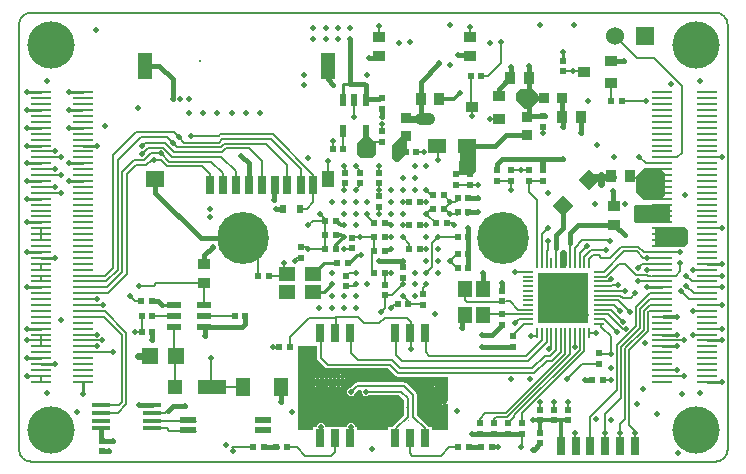
<source format=gtl>
%FSLAX44Y44*%
%MOMM*%
G71*
G01*
G75*
G04 Layer_Physical_Order=1*
G04 Layer_Color=255*
%ADD10R,1.8000X0.2500*%
%ADD11R,0.5000X0.6000*%
%ADD12R,0.5000X1.1000*%
%ADD13R,0.8128X0.8128*%
%ADD14R,1.0160X0.8890*%
%ADD15R,2.4000X1.2500*%
%ADD16R,1.2000X1.2500*%
%ADD17R,0.8890X1.0160*%
%ADD18R,1.6002X1.2954*%
%ADD19R,0.7600X1.5200*%
%ADD20R,0.6000X0.5000*%
%ADD21R,0.8128X0.8128*%
%ADD22R,1.0668X0.8128*%
G04:AMPARAMS|DCode=23|XSize=0.22mm|YSize=0.8mm|CornerRadius=0mm|HoleSize=0mm|Usage=FLASHONLY|Rotation=90.000|XOffset=0mm|YOffset=0mm|HoleType=Round|Shape=RoundedRectangle|*
%AMROUNDEDRECTD23*
21,1,0.2200,0.8000,0,0,90.0*
21,1,0.2200,0.8000,0,0,90.0*
1,1,0.0000,0.4000,0.1100*
1,1,0.0000,0.4000,-0.1100*
1,1,0.0000,-0.4000,-0.1100*
1,1,0.0000,-0.4000,0.1100*
%
%ADD23ROUNDEDRECTD23*%
G04:AMPARAMS|DCode=24|XSize=0.22mm|YSize=0.8mm|CornerRadius=0mm|HoleSize=0mm|Usage=FLASHONLY|Rotation=0.000|XOffset=0mm|YOffset=0mm|HoleType=Round|Shape=RoundedRectangle|*
%AMROUNDEDRECTD24*
21,1,0.2200,0.8000,0,0,0.0*
21,1,0.2200,0.8000,0,0,0.0*
1,1,0.0000,0.1100,-0.4000*
1,1,0.0000,-0.1100,-0.4000*
1,1,0.0000,-0.1100,0.4000*
1,1,0.0000,0.1100,0.4000*
%
%ADD24ROUNDEDRECTD24*%
%ADD25R,4.3000X4.3000*%
%ADD26R,0.6000X0.7000*%
%ADD27R,1.2000X1.4000*%
%ADD28R,0.8000X1.6000*%
%ADD29P,1.8385X4X90.0*%
%ADD30R,1.2700X0.5080*%
%ADD31R,1.3970X1.3970*%
%ADD32R,1.2000X1.6000*%
%ADD33R,1.5000X0.4000*%
%ADD34R,1.2000X2.2000*%
%ADD35R,1.6000X1.4000*%
%ADD36R,1.1000X1.4000*%
%ADD37R,0.7000X1.6000*%
%ADD38R,1.4000X1.2000*%
%ADD39R,1.4000X0.6000*%
%ADD40C,0.2000*%
%ADD41C,0.2540*%
%ADD42C,0.1270*%
%ADD43C,0.4000*%
%ADD44C,0.6000*%
%ADD45C,0.3000*%
%ADD46C,1.0000*%
%ADD47C,0.5000*%
%ADD48C,0.0254*%
%ADD49C,0.5000*%
G04:AMPARAMS|DCode=50|XSize=4mm|YSize=4mm|CornerRadius=2mm|HoleSize=0mm|Usage=FLASHONLY|Rotation=0.000|XOffset=0mm|YOffset=0mm|HoleType=Round|Shape=RoundedRectangle|*
%AMROUNDEDRECTD50*
21,1,4.0000,0.0000,0,0,0.0*
21,1,0.0000,4.0000,0,0,0.0*
1,1,4.0000,0.0000,0.0000*
1,1,4.0000,0.0000,0.0000*
1,1,4.0000,0.0000,0.0000*
1,1,4.0000,0.0000,0.0000*
%
%ADD50ROUNDEDRECTD50*%
%ADD51R,1.5240X1.5240*%
%ADD52C,1.5240*%
%ADD53C,0.3000*%
%ADD54C,4.4000*%
G36*
X251022Y27500D02*
X251530Y27000D01*
X251530Y12500D01*
X251030Y12000D01*
X222000Y12000D01*
X220657Y13343D01*
X220657Y26657D01*
X221500Y27500D01*
X251022Y27500D01*
D02*
G37*
G36*
X247251Y53749D02*
Y35277D01*
X243751Y31778D01*
X229223D01*
X222722Y38278D01*
Y51722D01*
X229278Y58278D01*
X242722D01*
X247251Y53749D01*
D02*
G37*
G36*
X-47579Y-102225D02*
X-47579Y-102225D01*
X-47346Y-103396D01*
X-46683Y-104388D01*
X-40789Y-110282D01*
X-40789Y-110282D01*
X-39796Y-110945D01*
X-38626Y-111178D01*
X12852D01*
X18837Y-117163D01*
X18837Y-117163D01*
X19829Y-117826D01*
X21000Y-118059D01*
X63500D01*
Y-138626D01*
X63019Y-138794D01*
X62230Y-138838D01*
X61802Y-138198D01*
X61270Y-137842D01*
Y-140000D01*
Y-142158D01*
X61802Y-141802D01*
X62230Y-141162D01*
X63019Y-141206D01*
X63500Y-141374D01*
Y-163550D01*
X49320D01*
Y-160850D01*
X47012D01*
X46683Y-160357D01*
X37059Y-150733D01*
Y-134000D01*
X36826Y-132830D01*
X36163Y-131837D01*
X28163Y-123837D01*
X27171Y-123174D01*
X26000Y-122941D01*
X26000Y-122941D01*
X-13750D01*
X-13750Y-122941D01*
X-14921Y-123174D01*
X-15913Y-123837D01*
X-19695Y-127619D01*
X-20116Y-127703D01*
X-21273Y-128477D01*
X-22047Y-129634D01*
X-22319Y-131000D01*
X-22047Y-132366D01*
X-21273Y-133523D01*
X-20116Y-134297D01*
X-18750Y-134569D01*
X-17384Y-134297D01*
X-16227Y-133523D01*
X-15453Y-132366D01*
X-15369Y-131945D01*
X-12483Y-129059D01*
X-10574D01*
X-9685Y-130329D01*
X-9819Y-131000D01*
X-9547Y-132366D01*
X-8773Y-133523D01*
X-7616Y-134297D01*
X-6250Y-134569D01*
X-4884Y-134297D01*
X-4528Y-134059D01*
X22151D01*
X25941Y-137849D01*
Y-150733D01*
X16957Y-159717D01*
X16294Y-160709D01*
X16266Y-160850D01*
X12320D01*
Y-163550D01*
X-14180D01*
Y-160850D01*
X-15461D01*
X-15703Y-159634D01*
X-16477Y-158477D01*
X-17634Y-157703D01*
X-19000Y-157431D01*
X-20366Y-157703D01*
X-21523Y-158477D01*
X-22297Y-159634D01*
X-22539Y-160850D01*
X-25780D01*
Y-160850D01*
X-26880D01*
Y-160850D01*
X-38480D01*
Y-160850D01*
X-39580D01*
Y-160850D01*
X-40841D01*
X-41083Y-159634D01*
X-41857Y-158477D01*
X-43014Y-157703D01*
X-44380Y-157431D01*
X-45746Y-157703D01*
X-46903Y-158477D01*
X-47677Y-159634D01*
X-47919Y-160850D01*
X-51180D01*
Y-163550D01*
X-63500D01*
Y-92450D01*
X-47579D01*
Y-102225D01*
D02*
G37*
G36*
X266698Y5802D02*
Y-4802D01*
X263500Y-8000D01*
X240000D01*
X238500Y-6500D01*
Y7500D01*
X239500Y8500D01*
X264000D01*
X266698Y5802D01*
D02*
G37*
G36*
X1920Y80080D02*
Y69920D01*
X-1000Y67000D01*
X-11000D01*
X-14000Y70000D01*
Y79654D01*
X-8655Y85000D01*
X-3000D01*
X1920Y80080D01*
D02*
G37*
G36*
X139158Y121158D02*
Y115158D01*
X132703Y108703D01*
X128297D01*
X121000Y116000D01*
Y122000D01*
X124000Y125000D01*
X135316D01*
X139158Y121158D01*
D02*
G37*
G36*
X87000Y72000D02*
Y56116D01*
X83884Y53000D01*
X72327D01*
Y64443D01*
X73000Y65116D01*
Y71866D01*
X82000Y74116D01*
X84884D01*
X87000Y72000D01*
D02*
G37*
G36*
X28500Y71040D02*
X21460Y64000D01*
X19000D01*
X16000Y67000D01*
Y78000D01*
X27235Y89235D01*
X28500Y89395D01*
Y71040D01*
D02*
G37*
%LPC*%
G36*
X52158Y-126270D02*
X51270D01*
Y-127158D01*
X51802Y-126802D01*
X52158Y-126270D01*
D02*
G37*
G36*
X-48270Y-122842D02*
X-48802Y-123198D01*
X-49158Y-123730D01*
X-48270D01*
Y-122842D01*
D02*
G37*
G36*
X-23842Y-126270D02*
X-24730D01*
Y-127158D01*
X-24198Y-126802D01*
X-23842Y-126270D01*
D02*
G37*
G36*
X48730D02*
X47842D01*
X48198Y-126802D01*
X48730Y-127158D01*
Y-126270D01*
D02*
G37*
G36*
X-45730Y-122842D02*
Y-123730D01*
X-44842D01*
X-45198Y-123198D01*
X-45730Y-122842D01*
D02*
G37*
G36*
X-34270D02*
X-34802Y-123198D01*
X-35158Y-123730D01*
X-34270D01*
Y-122842D01*
D02*
G37*
G36*
X-31730D02*
Y-123730D01*
X-30842D01*
X-31198Y-123198D01*
X-31730Y-122842D01*
D02*
G37*
G36*
X-41270D02*
X-41802Y-123198D01*
X-42158Y-123730D01*
X-41270D01*
Y-122842D01*
D02*
G37*
G36*
X-38730D02*
Y-123730D01*
X-37842D01*
X-38198Y-123198D01*
X-38730Y-122842D01*
D02*
G37*
G36*
X-48270Y-126270D02*
X-49158D01*
X-48802Y-126802D01*
X-48270Y-127158D01*
Y-126270D01*
D02*
G37*
G36*
X-44842D02*
X-45730D01*
Y-127158D01*
X-45198Y-126802D01*
X-44842Y-126270D01*
D02*
G37*
G36*
X58730Y-141270D02*
X57842D01*
X58198Y-141802D01*
X58730Y-142158D01*
Y-141270D01*
D02*
G37*
G36*
Y-137842D02*
X58198Y-138198D01*
X57842Y-138730D01*
X58730D01*
Y-137842D01*
D02*
G37*
G36*
X-41270Y-126270D02*
X-42158D01*
X-41802Y-126802D01*
X-41270Y-127158D01*
Y-126270D01*
D02*
G37*
G36*
X-30842D02*
X-31730D01*
Y-127158D01*
X-31198Y-126802D01*
X-30842Y-126270D01*
D02*
G37*
G36*
X-27270D02*
X-28158D01*
X-27802Y-126802D01*
X-27270Y-127158D01*
Y-126270D01*
D02*
G37*
G36*
X-37842D02*
X-38730D01*
Y-127158D01*
X-38198Y-126802D01*
X-37842Y-126270D01*
D02*
G37*
G36*
X-34270D02*
X-35158D01*
X-34802Y-126802D01*
X-34270Y-127158D01*
Y-126270D01*
D02*
G37*
G36*
X-27270Y-122842D02*
X-27802Y-123198D01*
X-28158Y-123730D01*
X-27270D01*
Y-122842D01*
D02*
G37*
G36*
X-45730Y-115842D02*
Y-116730D01*
X-44842D01*
X-45198Y-116198D01*
X-45730Y-115842D01*
D02*
G37*
G36*
X-41270D02*
X-41802Y-116198D01*
X-42158Y-116730D01*
X-41270D01*
Y-115842D01*
D02*
G37*
G36*
X-23842Y-119270D02*
X-24730D01*
Y-120158D01*
X-24198Y-119802D01*
X-23842Y-119270D01*
D02*
G37*
G36*
X-48270Y-115842D02*
X-48802Y-116198D01*
X-49158Y-116730D01*
X-48270D01*
Y-115842D01*
D02*
G37*
G36*
X-38730D02*
Y-116730D01*
X-37842D01*
X-38198Y-116198D01*
X-38730Y-115842D01*
D02*
G37*
G36*
X-27270D02*
X-27802Y-116198D01*
X-28158Y-116730D01*
X-27270D01*
Y-115842D01*
D02*
G37*
G36*
X-24730D02*
Y-116730D01*
X-23842D01*
X-24198Y-116198D01*
X-24730Y-115842D01*
D02*
G37*
G36*
X-34270D02*
X-34802Y-116198D01*
X-35158Y-116730D01*
X-34270D01*
Y-115842D01*
D02*
G37*
G36*
X-31730D02*
Y-116730D01*
X-30842D01*
X-31198Y-116198D01*
X-31730Y-115842D01*
D02*
G37*
G36*
X-27270Y-119270D02*
X-28158D01*
X-27802Y-119802D01*
X-27270Y-120158D01*
Y-119270D01*
D02*
G37*
G36*
X51270Y-122842D02*
Y-123730D01*
X52158D01*
X51802Y-123198D01*
X51270Y-122842D01*
D02*
G37*
G36*
X-48270Y-119270D02*
X-49158D01*
X-48802Y-119802D01*
X-48270Y-120158D01*
Y-119270D01*
D02*
G37*
G36*
X-24730Y-122842D02*
Y-123730D01*
X-23842D01*
X-24198Y-123198D01*
X-24730Y-122842D01*
D02*
G37*
G36*
X48730D02*
X48198Y-123198D01*
X47842Y-123730D01*
X48730D01*
Y-122842D01*
D02*
G37*
G36*
X-44842Y-119270D02*
X-45730D01*
Y-120158D01*
X-45198Y-119802D01*
X-44842Y-119270D01*
D02*
G37*
G36*
X-34270D02*
X-35158D01*
X-34802Y-119802D01*
X-34270Y-120158D01*
Y-119270D01*
D02*
G37*
G36*
X-30842D02*
X-31730D01*
Y-120158D01*
X-31198Y-119802D01*
X-30842Y-119270D01*
D02*
G37*
G36*
X-41270D02*
X-42158D01*
X-41802Y-119802D01*
X-41270Y-120158D01*
Y-119270D01*
D02*
G37*
G36*
X-37842D02*
X-38730D01*
Y-120158D01*
X-38198Y-119802D01*
X-37842Y-119270D01*
D02*
G37*
%LPD*%
D10*
X-245700Y2500D02*
D03*
Y7500D02*
D03*
Y12500D02*
D03*
Y17500D02*
D03*
Y22500D02*
D03*
Y27500D02*
D03*
Y32500D02*
D03*
Y37500D02*
D03*
Y-2500D02*
D03*
Y-7500D02*
D03*
Y-12500D02*
D03*
Y-17500D02*
D03*
Y-22500D02*
D03*
Y-27500D02*
D03*
Y-32500D02*
D03*
Y-37500D02*
D03*
Y-122500D02*
D03*
Y-117500D02*
D03*
Y-112500D02*
D03*
Y-107500D02*
D03*
Y-102500D02*
D03*
Y-97500D02*
D03*
Y-92500D02*
D03*
Y-87500D02*
D03*
Y-82500D02*
D03*
Y-42500D02*
D03*
Y-47500D02*
D03*
Y-52500D02*
D03*
Y-57500D02*
D03*
Y-62500D02*
D03*
Y-67500D02*
D03*
Y-72500D02*
D03*
Y-77500D02*
D03*
Y72500D02*
D03*
Y77500D02*
D03*
Y82500D02*
D03*
Y87500D02*
D03*
Y92500D02*
D03*
Y97500D02*
D03*
Y102500D02*
D03*
Y107500D02*
D03*
Y67500D02*
D03*
Y62500D02*
D03*
Y57500D02*
D03*
Y52500D02*
D03*
Y47500D02*
D03*
Y42500D02*
D03*
Y112500D02*
D03*
Y117500D02*
D03*
Y122500D02*
D03*
X-281700D02*
D03*
Y117500D02*
D03*
Y112500D02*
D03*
Y42500D02*
D03*
Y47500D02*
D03*
Y52500D02*
D03*
Y57500D02*
D03*
Y62500D02*
D03*
Y67500D02*
D03*
Y107500D02*
D03*
Y102500D02*
D03*
Y97500D02*
D03*
Y92500D02*
D03*
Y87500D02*
D03*
Y82500D02*
D03*
Y77500D02*
D03*
Y72500D02*
D03*
Y-77500D02*
D03*
Y-72500D02*
D03*
Y-67500D02*
D03*
Y-62500D02*
D03*
Y-57500D02*
D03*
Y-52500D02*
D03*
Y-47500D02*
D03*
Y-42500D02*
D03*
Y-82500D02*
D03*
Y-87500D02*
D03*
Y-92500D02*
D03*
Y-97500D02*
D03*
Y-102500D02*
D03*
Y-107500D02*
D03*
Y-112500D02*
D03*
Y-117500D02*
D03*
Y-122500D02*
D03*
Y-37500D02*
D03*
Y-32500D02*
D03*
Y-27500D02*
D03*
Y-22500D02*
D03*
Y-17500D02*
D03*
Y-12500D02*
D03*
Y-7500D02*
D03*
Y-2500D02*
D03*
Y37500D02*
D03*
Y32500D02*
D03*
Y27500D02*
D03*
Y22500D02*
D03*
Y17500D02*
D03*
Y12500D02*
D03*
Y7500D02*
D03*
Y2500D02*
D03*
X244700Y2500D02*
D03*
X282700D02*
D03*
Y7500D02*
D03*
X244700D02*
D03*
X282700Y12500D02*
D03*
X244700D02*
D03*
X282700Y17500D02*
D03*
X244700D02*
D03*
X282700Y22500D02*
D03*
X244700D02*
D03*
X282700Y27500D02*
D03*
X244700D02*
D03*
X282700Y32500D02*
D03*
X244700D02*
D03*
X282700Y37500D02*
D03*
X244700D02*
D03*
Y-2500D02*
D03*
X282700D02*
D03*
X244700Y-7500D02*
D03*
X282700D02*
D03*
X244700Y-12500D02*
D03*
X282700D02*
D03*
X244700Y-17500D02*
D03*
X282700D02*
D03*
X244700Y-22500D02*
D03*
X282700D02*
D03*
X244700Y-27500D02*
D03*
X282700D02*
D03*
X244700Y-32500D02*
D03*
X282700D02*
D03*
Y-37500D02*
D03*
X244700D02*
D03*
Y-122500D02*
D03*
X282700D02*
D03*
X244700Y-117500D02*
D03*
X282700D02*
D03*
Y-112500D02*
D03*
X244700D02*
D03*
X282700Y-107500D02*
D03*
X244700D02*
D03*
X282700Y-102500D02*
D03*
X244700D02*
D03*
X282700Y-97500D02*
D03*
X244700D02*
D03*
X282700Y-92500D02*
D03*
X244700D02*
D03*
X282700Y-87500D02*
D03*
X244700D02*
D03*
X282700Y-82500D02*
D03*
X244700D02*
D03*
Y-42500D02*
D03*
X282700D02*
D03*
X244700Y-47500D02*
D03*
X282700D02*
D03*
X244700Y-52500D02*
D03*
X282700D02*
D03*
X244700Y-57500D02*
D03*
X282700D02*
D03*
X244700Y-62500D02*
D03*
X282700D02*
D03*
X244700Y-67500D02*
D03*
X282700D02*
D03*
X244700Y-72500D02*
D03*
X282700D02*
D03*
Y-77500D02*
D03*
X244700D02*
D03*
Y72500D02*
D03*
X282700D02*
D03*
Y77500D02*
D03*
X244700D02*
D03*
X282700Y82500D02*
D03*
X244700D02*
D03*
X282700Y87500D02*
D03*
X244700D02*
D03*
X282700Y92500D02*
D03*
X244700D02*
D03*
X282700Y97500D02*
D03*
X244700D02*
D03*
X282700Y102500D02*
D03*
X244700D02*
D03*
X282700Y107500D02*
D03*
X244700D02*
D03*
Y67500D02*
D03*
X282700D02*
D03*
X244700Y62500D02*
D03*
X282700D02*
D03*
X244700Y57500D02*
D03*
X282700D02*
D03*
X244700Y52500D02*
D03*
X282700D02*
D03*
X244700Y47500D02*
D03*
X282700D02*
D03*
X244700Y42500D02*
D03*
X282700D02*
D03*
X244700Y112500D02*
D03*
X282700D02*
D03*
Y117500D02*
D03*
X244700D02*
D03*
X282700Y122500D02*
D03*
X244700D02*
D03*
D11*
X-34500Y75000D02*
D03*
X-25500D02*
D03*
X82500Y136000D02*
D03*
X91500D02*
D03*
X27500Y72000D02*
D03*
X36500D02*
D03*
X210500Y115000D02*
D03*
X201500D02*
D03*
X-101500Y-178000D02*
D03*
X-92500D02*
D03*
X-73053D02*
D03*
X-82053D02*
D03*
X100500D02*
D03*
X91500D02*
D03*
X71953D02*
D03*
X80953D02*
D03*
X30500Y-10000D02*
D03*
X39500D02*
D03*
X-79500Y-93000D02*
D03*
X-70500D02*
D03*
X-187250Y-67000D02*
D03*
X-196250D02*
D03*
X-108500D02*
D03*
X-117500D02*
D03*
X-187403Y-53866D02*
D03*
X-196403D02*
D03*
X30500Y30000D02*
D03*
X39500D02*
D03*
X30500Y10000D02*
D03*
X39500D02*
D03*
X-30500Y-22000D02*
D03*
X-21500D02*
D03*
X9500Y-12000D02*
D03*
X500D02*
D03*
X9500Y0D02*
D03*
X500D02*
D03*
X80500Y33000D02*
D03*
X71500D02*
D03*
X500Y12000D02*
D03*
X9500D02*
D03*
X71500Y0D02*
D03*
X80500D02*
D03*
X20500Y-57000D02*
D03*
X29500D02*
D03*
X-97500Y-33000D02*
D03*
X-88500D02*
D03*
X9500Y-30000D02*
D03*
X500D02*
D03*
X71500Y-14000D02*
D03*
X80500D02*
D03*
X59875Y24000D02*
D03*
X50875D02*
D03*
X62500Y12000D02*
D03*
X53500D02*
D03*
X71500Y21000D02*
D03*
X80500D02*
D03*
X59500Y36000D02*
D03*
X50500D02*
D03*
X-31500Y2000D02*
D03*
X-40500D02*
D03*
X-31500Y-10000D02*
D03*
X-40500D02*
D03*
X-31500Y14000D02*
D03*
X-40500D02*
D03*
X-187250Y-80000D02*
D03*
X-196250D02*
D03*
X71500Y-26000D02*
D03*
X80500D02*
D03*
X185500Y-121000D02*
D03*
X194500D02*
D03*
D12*
X-6500Y89500D02*
D03*
X-25500D02*
D03*
Y116500D02*
D03*
X-16000D02*
D03*
X-6500D02*
D03*
D13*
X144380Y118000D02*
D03*
X159620D02*
D03*
D14*
X-143000Y-39001D02*
D03*
Y-22999D02*
D03*
X5000Y169501D02*
D03*
Y153499D02*
D03*
X81730Y169501D02*
D03*
Y153499D02*
D03*
X203810Y26271D02*
D03*
Y10269D02*
D03*
D15*
X-136750Y-126717D02*
D03*
D16*
X-167500D02*
D03*
D17*
X115999Y135000D02*
D03*
X132001D02*
D03*
X39999Y117000D02*
D03*
X56001D02*
D03*
X217001Y51366D02*
D03*
X200999D02*
D03*
X176001Y102000D02*
D03*
X159999D02*
D03*
D18*
X54262Y77270D02*
D03*
X79662D02*
D03*
D19*
X43363Y-81550D02*
D03*
X30680D02*
D03*
X17980D02*
D03*
X-20120D02*
D03*
X-32820D02*
D03*
X-45520D02*
D03*
X-45380Y-170450D02*
D03*
X-32680D02*
D03*
X-19980D02*
D03*
X18120D02*
D03*
X30820D02*
D03*
X43520D02*
D03*
D20*
X161000Y140500D02*
D03*
Y149500D02*
D03*
X7000Y108500D02*
D03*
Y117500D02*
D03*
X141270Y-146230D02*
D03*
Y-155230D02*
D03*
X153270Y-146230D02*
D03*
Y-155230D02*
D03*
X165270Y-146230D02*
D03*
Y-155230D02*
D03*
X191428Y-107420D02*
D03*
Y-98420D02*
D03*
X-230000Y-172500D02*
D03*
Y-181500D02*
D03*
X109000Y-45500D02*
D03*
Y-54500D02*
D03*
Y-74500D02*
D03*
Y-65500D02*
D03*
X132000Y56500D02*
D03*
Y47500D02*
D03*
X117000Y56500D02*
D03*
Y47500D02*
D03*
X118356Y-92994D02*
D03*
Y-83994D02*
D03*
X105000Y56500D02*
D03*
Y47500D02*
D03*
X144000D02*
D03*
Y56500D02*
D03*
Y93500D02*
D03*
Y102500D02*
D03*
X7000Y80500D02*
D03*
Y89500D02*
D03*
X90080Y-166500D02*
D03*
Y-157500D02*
D03*
X102080Y-166500D02*
D03*
Y-157500D02*
D03*
X114080Y-166500D02*
D03*
Y-157500D02*
D03*
X126080Y-166500D02*
D03*
Y-157500D02*
D03*
X42000Y-48500D02*
D03*
Y-57500D02*
D03*
X9500Y-40230D02*
D03*
Y-49230D02*
D03*
X70000Y53500D02*
D03*
Y44500D02*
D03*
X82000Y53500D02*
D03*
Y44500D02*
D03*
X-18000Y-500D02*
D03*
Y-9500D02*
D03*
X5000Y25500D02*
D03*
Y34500D02*
D03*
X-24000Y54500D02*
D03*
Y45500D02*
D03*
X-11000Y54500D02*
D03*
Y45500D02*
D03*
X-23000Y-32500D02*
D03*
Y-41500D02*
D03*
X-61000Y-17500D02*
D03*
Y-8500D02*
D03*
X25000Y-25500D02*
D03*
Y-34500D02*
D03*
X5000Y54500D02*
D03*
Y45500D02*
D03*
X141270Y-174500D02*
D03*
Y-165500D02*
D03*
D21*
X28000Y100620D02*
D03*
Y85380D02*
D03*
X130000Y86380D02*
D03*
Y101620D02*
D03*
D22*
X178608Y139949D02*
D03*
X201544Y149487D02*
D03*
Y130412D02*
D03*
X83608Y109949D02*
D03*
X106544Y119487D02*
D03*
Y100412D02*
D03*
D23*
X130678Y-49494D02*
D03*
Y-53494D02*
D03*
Y-57494D02*
D03*
Y-45494D02*
D03*
Y-41494D02*
D03*
Y-37494D02*
D03*
Y-33494D02*
D03*
Y-29494D02*
D03*
Y-61494D02*
D03*
Y-65494D02*
D03*
Y-73494D02*
D03*
Y-69494D02*
D03*
X190678Y-33495D02*
D03*
Y-29495D02*
D03*
Y-37494D02*
D03*
Y-41494D02*
D03*
Y-73494D02*
D03*
Y-69494D02*
D03*
Y-65494D02*
D03*
Y-61494D02*
D03*
Y-57494D02*
D03*
Y-45494D02*
D03*
Y-49495D02*
D03*
Y-53495D02*
D03*
D24*
X162678Y-21494D02*
D03*
X158678D02*
D03*
X154678D02*
D03*
X166678D02*
D03*
X170678D02*
D03*
X174678D02*
D03*
X178678D02*
D03*
X182678D02*
D03*
X150678D02*
D03*
X146678D02*
D03*
X138678D02*
D03*
X142678D02*
D03*
X182678Y-81495D02*
D03*
X178678D02*
D03*
X174678D02*
D03*
X170678D02*
D03*
X166678D02*
D03*
X138678D02*
D03*
X142678D02*
D03*
X146678D02*
D03*
X150678D02*
D03*
X154678D02*
D03*
X158678D02*
D03*
X162678D02*
D03*
D25*
X160678Y-51494D02*
D03*
D26*
X-61900Y24000D02*
D03*
X-76100D02*
D03*
D27*
X92500Y-44000D02*
D03*
Y-66000D02*
D03*
X77500D02*
D03*
Y-44000D02*
D03*
D28*
X158750Y-177000D02*
D03*
X171250D02*
D03*
X183750D02*
D03*
X196250D02*
D03*
X208750D02*
D03*
X221250D02*
D03*
D29*
X183000Y48000D02*
D03*
X161000Y26000D02*
D03*
D30*
X-143000Y-57500D02*
D03*
Y-67000D02*
D03*
Y-76500D02*
D03*
X-169000D02*
D03*
Y-67000D02*
D03*
Y-57500D02*
D03*
D31*
X-188795Y-101000D02*
D03*
X-167205D02*
D03*
D32*
X-110000Y-127000D02*
D03*
X-78000D02*
D03*
D33*
X-187500Y-162000D02*
D03*
Y-155500D02*
D03*
Y-149000D02*
D03*
Y-142500D02*
D03*
X-230500D02*
D03*
Y-149000D02*
D03*
Y-155500D02*
D03*
Y-162000D02*
D03*
D34*
X-193626Y145198D02*
D03*
X-38539Y145201D02*
D03*
D35*
X-184616Y49201D02*
D03*
D36*
X-38596Y49111D02*
D03*
D37*
X-138659Y44118D02*
D03*
X-127606D02*
D03*
X-116646D02*
D03*
X-105630D02*
D03*
X-94590D02*
D03*
X-83623D02*
D03*
X-72656D02*
D03*
X-61606D02*
D03*
X-50653D02*
D03*
D38*
X-73000Y-31500D02*
D03*
X-51000D02*
D03*
Y-46500D02*
D03*
X-73000D02*
D03*
D39*
X-156500Y-154800D02*
D03*
X-93500D02*
D03*
Y-163200D02*
D03*
X-156500D02*
D03*
D40*
X105058Y47500D02*
X117000D01*
X271000Y-82500D02*
X282700D01*
X232000Y-17500D02*
X236000D01*
X244700Y-37500D02*
X246450D01*
X244700Y-112500D02*
X257000D01*
X244700Y-117500D02*
X263366D01*
X280950Y-77500D02*
X282700D01*
X295000D01*
X33000Y-185000D02*
X57000D01*
X64000Y-178000D01*
X71953D01*
X-120000D02*
X-101500D01*
X-65000D02*
X-57416Y-185584D01*
X-73053Y-178000D02*
X-65000D01*
X244700Y-17500D02*
X246450D01*
X236500D02*
X244700D01*
X282700Y-57500D02*
X295000D01*
X282700Y-42500D02*
X295000D01*
Y-42500D02*
X295000Y-42500D01*
X271431Y-47500D02*
X282700D01*
X265000Y-41069D02*
X271431Y-47500D01*
X271000Y-27500D02*
X282700D01*
Y-32500D02*
X295000D01*
X282700Y7500D02*
X295000D01*
X270000Y-37500D02*
X282700D01*
X265000Y-32500D02*
X270000Y-37500D01*
X256000Y-32500D02*
X259500Y-29000D01*
Y-22000D01*
X282700Y67500D02*
X295000D01*
X91500Y136000D02*
X97000D01*
X108230Y147230D01*
Y164797D01*
X244700Y62500D02*
X246450D01*
X230500D02*
X244700D01*
X225000Y68000D02*
X230500Y62500D01*
X280950Y67500D02*
X282700D01*
X-187250Y-67000D02*
X-169000D01*
X-281700Y-87500D02*
Y-82500D01*
Y-92500D02*
Y-87500D01*
X-293307D02*
X-281700D01*
Y-122500D02*
Y-117500D01*
X-293307D02*
X-281700D01*
X-12881Y-104119D02*
X15776D01*
X22657Y-111000D01*
X14119Y-108119D02*
X21000Y-115000D01*
X-38626Y-108119D02*
X14119D01*
X271000Y-62500D02*
X282700D01*
X-31820Y-83550D02*
Y-68180D01*
X-13000Y-68000D02*
X-8000Y-73000D01*
X5000D01*
X9842Y-68158D01*
X28158D01*
X31680Y-71680D01*
Y-83550D02*
Y-71680D01*
X149000Y-94494D02*
X150678Y-92816D01*
Y-81495D01*
X120000Y-72494D02*
X123000Y-69494D01*
X130678D01*
X161000Y140500D02*
X169500D01*
X-50653Y44118D02*
Y52653D01*
X169500Y140500D02*
X178608D01*
X-245700Y-67500D02*
X-228157D01*
X-245700Y-62500D02*
X-227500D01*
X-111717Y-126717D02*
X-111000Y-126000D01*
X-136750Y-126717D02*
X-111717D01*
X-281700Y2500D02*
Y7500D01*
X-143000Y-67000D02*
X-117500D01*
X201544Y115044D02*
Y130412D01*
X31680Y-94680D02*
Y-83550D01*
X170678Y-92683D02*
Y-81495D01*
X195110Y-29395D02*
X195119Y-29385D01*
X190778Y-29395D02*
X195110D01*
X190678Y-33495D02*
X197335D01*
X190678Y-29495D02*
X190778Y-29395D01*
X-281700Y-2500D02*
Y2500D01*
Y52500D02*
X-264363D01*
X-281700Y57500D02*
X-269500D01*
X-281700Y-37500D02*
Y-32500D01*
Y-27500D02*
Y-22500D01*
Y67500D02*
X-264363D01*
X-281700Y37500D02*
X-264363D01*
X-281700Y42500D02*
X-269500D01*
X174678Y-21494D02*
Y-13662D01*
X178678Y-21494D02*
Y-16717D01*
X182678Y-21494D02*
Y-18816D01*
X186000Y-15494D01*
X-281700Y72500D02*
X-269500D01*
X-268950D01*
X199699Y-37494D02*
X201640Y-35554D01*
X190678Y-37494D02*
X199699D01*
X182678Y-81495D02*
X188178D01*
X146678Y-88827D02*
Y-81495D01*
X142678Y-87170D02*
Y-81495D01*
X-72656Y44118D02*
Y60947D01*
X-44520Y-102225D02*
Y-85550D01*
Y-102225D02*
X-38626Y-108119D01*
X-245700Y-52500D02*
X-234000D01*
X-94590Y44118D02*
Y64147D01*
X-245700Y-82500D02*
X-234000D01*
X-245700Y-87500D02*
X-229863D01*
X118356Y-83089D02*
X127951Y-73494D01*
X130678D01*
X44363Y-97363D02*
Y-85550D01*
Y-97363D02*
X47343Y-100343D01*
X18980Y-99868D02*
Y-85550D01*
Y-99868D02*
X24000Y-104888D01*
X-19120Y-97880D02*
X-12881Y-104119D01*
X-19120Y-97880D02*
Y-83550D01*
X190678Y-57494D02*
X204000D01*
X209000Y-62494D01*
X257500Y67500D02*
X261000Y71000D01*
Y127815D01*
X237558Y151257D02*
X261000Y127815D01*
X246450Y67500D02*
X257500D01*
X204300Y170000D02*
X223043Y151257D01*
X237558D01*
X-230500Y-142500D02*
X-215500D01*
X-230500Y-149000D02*
X-216343D01*
X-175000Y-162000D02*
X-172800Y-164200D01*
X-187500Y-162000D02*
X-175000D01*
X-187500Y-149000D02*
X-176000D01*
X-174000Y-147000D01*
X19120Y-174450D02*
Y-161880D01*
X29000Y-152000D01*
X-44380Y-172070D02*
Y-161000D01*
X-19000Y-172430D02*
Y-161000D01*
Y-172430D02*
X-18980Y-172450D01*
X44520D02*
Y-162520D01*
X34000Y-152000D02*
X44520Y-162520D01*
X81730Y169231D02*
Y178230D01*
X5000Y169501D02*
Y178500D01*
X154678Y-21494D02*
Y-9461D01*
X207000Y-53495D02*
X217000Y-63494D01*
X190678Y-53495D02*
X207000D01*
X260500Y-45500D02*
X267500Y-52500D01*
X282700D01*
X190678Y-45494D02*
X213000D01*
X202356Y-40494D02*
X207000D01*
X201356Y-41494D02*
X202356Y-40494D01*
X190678Y-41494D02*
X201356D01*
X190678Y-61494D02*
X201000D01*
X211500Y-71994D01*
X244700Y-12500D02*
X259500D01*
X249000Y-32500D02*
X256000D01*
X-169000Y-97795D02*
Y-76500D01*
X133178Y-83744D02*
X138606D01*
X138678Y-83816D01*
X246450Y-87500D02*
X263366D01*
X190678Y-49495D02*
X209000D01*
X211000Y-51494D01*
X218000D01*
X222000Y-47494D01*
X210500Y115000D02*
X231000D01*
X-187500Y-155500D02*
X-150200D01*
X-172800Y-164200D02*
X-150500D01*
X-167795Y-126422D02*
Y-99000D01*
X-245700Y-97500D02*
X-220000D01*
X39500Y10000D02*
X45000D01*
X39500Y-10000D02*
X45000D01*
Y-30000D02*
X45000D01*
X50000Y-25000D01*
Y-5000D01*
X55000Y0D01*
X39500Y30000D02*
X45000D01*
X-61900Y24000D02*
X-56000D01*
X-50653Y29347D01*
Y44118D01*
X-88500Y-33000D02*
X-74500D01*
X29500Y-57000D02*
X41500D01*
X29500D02*
Y-54500D01*
X25000Y-50000D02*
X29500Y-54500D01*
X-70500Y-93000D02*
Y-84157D01*
X-54523Y-68180D01*
X-31820D01*
X-32000Y-68000D02*
X-13000D01*
X-25500Y75000D02*
Y89500D01*
X25000Y10000D02*
X30500D01*
X25000Y30000D02*
X30500D01*
X25000Y-25375D02*
Y-20000D01*
X42000Y-47500D02*
Y-43000D01*
X45000Y-40000D01*
X30500Y-10000D02*
Y-5500D01*
X25000Y-0D02*
X30500Y-5500D01*
X9500Y12000D02*
X13000D01*
X15000Y10000D01*
X9500Y0D02*
X15000D01*
X15000Y0D01*
X9500Y-12000D02*
X13000D01*
X15000Y-10000D01*
X5000Y20000D02*
Y24375D01*
X-5000Y17500D02*
Y20000D01*
Y17500D02*
X500Y12000D01*
X-6500Y89500D02*
X-5500Y88500D01*
X-6500Y78500D02*
Y89500D01*
X36500Y72000D02*
X43000D01*
X-202134Y-53866D02*
X-196403D01*
X-97500Y-33000D02*
Y-3500D01*
X82659Y109000D02*
X83608Y109949D01*
Y102449D02*
Y109949D01*
X82500Y109000D02*
X82659D01*
X82500D02*
Y136000D01*
X28000Y72500D02*
Y85380D01*
Y72500D02*
X28500Y72000D01*
X-270Y80500D02*
X7000D01*
X-2000Y78770D02*
X-270Y80500D01*
X98412Y100412D02*
X106544D01*
X117000Y56500D02*
X129020D01*
X64625Y20000D02*
X65000D01*
X60625Y24000D02*
X64625Y20000D01*
X69500D02*
X70500Y19000D01*
X65000Y20000D02*
X69500D01*
X65000Y30000D02*
X69500D01*
X70500Y31000D01*
X59500Y35500D02*
Y36000D01*
Y35500D02*
X65000Y30000D01*
Y29125D02*
Y30000D01*
X59875Y24000D02*
X65000Y29125D01*
X-76000Y-31500D02*
Y-22000D01*
X-17625Y0D02*
X-11431D01*
X15023Y-60023D02*
X18047Y-57000D01*
X20500D01*
X9500Y-40230D02*
Y-30000D01*
X15000D01*
X9500Y-49230D02*
X15770D01*
X25000Y-40000D01*
X66569Y12000D02*
X68569Y10000D01*
X62500Y12000D02*
X66569D01*
X-55000Y10000D02*
X-51000Y14000D01*
X-55000Y-10000D02*
X-40500D01*
X-45000Y20000D02*
X-40500Y15500D01*
Y-10000D02*
Y14000D01*
Y15500D01*
X-51000Y14000D02*
X-40500D01*
X79500Y19000D02*
X80000D01*
X99000Y-11494D02*
X100000Y-12494D01*
X49000Y36000D02*
X50500D01*
X45000Y40000D02*
X49000Y36000D01*
X49000Y24000D02*
X50875D01*
X45000Y20000D02*
X49000Y24000D01*
X-34500Y75000D02*
Y81500D01*
X-61000Y-8500D02*
X-56500D01*
X-55000Y-10000D01*
X-11000Y54500D02*
Y56000D01*
X-15000Y60000D02*
X-11000Y56000D01*
X-24000Y54500D02*
Y59000D01*
X-25000Y60000D02*
X-24000Y59000D01*
X25000Y-40000D02*
Y-34500D01*
Y-40000D02*
X25000Y-40000D01*
X-25000Y-10000D02*
X-18500D01*
X-23000Y-41500D02*
X-16500D01*
X-15000Y-40000D01*
X-38596Y49111D02*
Y64404D01*
X-25000Y40000D02*
Y44500D01*
X-15000Y40000D02*
X-11000Y44000D01*
Y45500D01*
X5000Y40000D02*
Y45500D01*
X5000Y45500D02*
X5000Y45500D01*
X5000Y54500D02*
Y60000D01*
X5000Y34875D02*
Y40000D01*
X7000Y89500D02*
Y96000D01*
X55000Y65000D02*
Y76532D01*
X-11431Y0D02*
X500D01*
X144000Y88000D02*
Y93500D01*
X-20500Y-30000D02*
X-15000D01*
X-23000Y-32500D02*
X-20500Y-30000D01*
X-202000Y-80000D02*
X-196250D01*
Y-67000D01*
X-245700Y-92500D02*
X-234000D01*
X-216343Y-149000D02*
X-209000Y-141657D01*
Y-81000D01*
X-227500Y-62500D02*
X-209000Y-81000D01*
X-215500Y-142500D02*
X-213000Y-140000D01*
Y-82657D01*
X-228157Y-67500D02*
X-213000Y-82657D01*
X500Y-12000D02*
Y0D01*
X-66674Y-20000D02*
X-64174Y-17500D01*
X-61000D01*
X-16000Y102000D02*
Y116500D01*
X-1000Y-28500D02*
X500Y-30000D01*
X-1000Y-28500D02*
Y-13500D01*
X500Y-12000D01*
X45000Y20000D02*
X53000Y12000D01*
X53500D01*
X29000Y-152000D02*
Y-136582D01*
X34000Y-152000D02*
Y-134000D01*
X-6250Y-131000D02*
X23418D01*
X29000Y-136582D01*
X-18750Y-131000D02*
X-13750Y-126000D01*
X26000D01*
X34000Y-134000D01*
X30820Y-182820D02*
Y-170450D01*
Y-182820D02*
X33000Y-185000D01*
X-32680Y-182264D02*
Y-170450D01*
X-36000Y-185584D02*
X-32680Y-182264D01*
X-57416Y-185584D02*
X-36000D01*
X9500Y-60433D02*
Y-49230D01*
X6299Y-63634D02*
X9500Y-60433D01*
X91006Y-65494D02*
X130678D01*
X90500Y-66000D02*
X91006Y-65494D01*
X112000Y-54500D02*
X115431D01*
X122425Y-61494D01*
X130678D01*
X65000Y-20000D02*
X71000Y-14000D01*
X65000Y-20000D02*
X71000Y-26000D01*
X71500Y0D02*
X71500Y0D01*
X55000Y0D02*
X71500D01*
X166678Y-21494D02*
Y-5000D01*
X148000Y-10678D02*
Y-3569D01*
X146678Y-12000D02*
X148000Y-10678D01*
X146678Y-21494D02*
Y-12000D01*
X132000Y38000D02*
Y47500D01*
Y38000D02*
X138678Y31322D01*
Y-21494D02*
Y31322D01*
X142678Y2678D02*
X148000Y8000D01*
X142678Y-21494D02*
Y2678D01*
X132000Y47500D02*
X144000D01*
X120000Y-29494D02*
X130678D01*
X117000Y38846D02*
Y40000D01*
Y47500D01*
X174678Y-13662D02*
X181000Y-7340D01*
X47343Y-100343D02*
X129505D01*
X142678Y-87170D01*
X24000Y-104888D02*
X130617D01*
X146678Y-88827D01*
X134494Y-111000D02*
X145000Y-100494D01*
X22657Y-111000D02*
X134494D01*
X136151Y-115000D02*
X146657Y-104494D01*
X21000Y-115000D02*
X136151D01*
X206000Y-81000D02*
Y-80506D01*
X190678Y-65494D02*
X198636D01*
X195000Y-69494D02*
X206000Y-80494D01*
X190678Y-69494D02*
X195000D01*
X205994Y-80500D02*
X206000Y-80506D01*
X224491Y-37546D02*
X246450D01*
X232000Y-27500D02*
X244700D01*
X246450D01*
X224000Y-26000D02*
X227500Y-22500D01*
X184395Y-11000D02*
X197000D01*
X178678Y-16717D02*
X184395Y-11000D01*
X227500Y-22500D02*
X244700D01*
X246450D01*
X199840Y-2840D02*
X200000Y-3000D01*
X170678Y-21494D02*
Y-9071D01*
X176909Y-2840D01*
X199840D01*
X186000Y-15494D02*
X191000D01*
X193041Y-17536D01*
X224506Y-8000D02*
X229006Y-12500D01*
X244700D01*
X195119Y-29385D02*
Y-29339D01*
X228349Y-17500D02*
X232000D01*
X222849Y-12000D02*
X228349Y-17500D01*
X212458Y-12000D02*
X222849D01*
X195119Y-29339D02*
X212458Y-12000D01*
X193041Y-17536D02*
X200464D01*
X210000Y-8000D01*
X224506D01*
X197335Y-33495D02*
X208136Y-22694D01*
X232828Y-32328D02*
X233000Y-32500D01*
X235000D01*
X208136Y-22694D02*
X212694D01*
X222328Y-32328D01*
X232828D01*
X190678Y-73494D02*
X193000D01*
Y-76000D02*
Y-73494D01*
X211142Y-78000D02*
X214000D01*
X198636Y-65494D02*
X211142Y-78000D01*
X194500Y-121000D02*
X201000D01*
X193000Y-76000D02*
X201000Y-84000D01*
Y-99000D02*
Y-84000D01*
X192008Y-99000D02*
X201000D01*
X191428Y-98420D02*
X192008Y-99000D01*
X171000Y-178750D02*
Y-166000D01*
X164000Y-120000D02*
X176580Y-107420D01*
X191428D01*
X146657Y-104494D02*
X151643D01*
X158678Y-97460D01*
Y-81495D01*
X145000Y-100494D02*
X149986D01*
X154678Y-95803D01*
Y-81495D01*
X-137000Y-126467D02*
Y-102000D01*
Y-126467D02*
X-136750Y-126717D01*
X-198000Y-41000D02*
X-185998D01*
X-183999Y-39001D02*
X-143000D01*
X-185998Y-41000D02*
X-183999Y-39001D01*
X-143000Y-57500D02*
Y-39001D01*
X-220500Y69500D02*
X-201000Y89000D01*
X-245700Y-57610D02*
X-229000D01*
X-227000Y-32500D02*
X-220500Y-26000D01*
Y69500D01*
X-245700Y-32500D02*
X-227000D01*
X-245700Y-37500D02*
X-226343D01*
X-216500Y-27657D01*
X-245700Y-42500D02*
X-225686D01*
X-212500Y-29314D01*
X-90759Y79050D02*
X-72656Y60947D01*
X-105492Y75050D02*
X-94590Y64147D01*
X-61606Y44118D02*
Y57949D01*
X-138659Y44118D02*
Y53660D01*
X-145000Y60000D02*
X-138659Y53660D01*
X-187561Y65499D02*
X-185501D01*
X-224500Y-47500D02*
X-208500Y-31500D01*
X-245700Y-47500D02*
X-224500D01*
X-208500Y-31500D02*
Y53078D01*
X-212500Y-29314D02*
Y55500D01*
X-137000Y64000D02*
X-127606Y54606D01*
Y44118D02*
Y54606D01*
X-179999Y70999D02*
X-173000Y64000D01*
X-137000D01*
X-188001Y70999D02*
X-179999D01*
X-116646Y44118D02*
Y55646D01*
X-129000Y68000D02*
X-116646Y55646D01*
X-170636Y68000D02*
X-129000D01*
X-196001Y69999D02*
X-190501Y75499D01*
X-178135D02*
X-170636Y68000D01*
X-190501Y75499D02*
X-178135D01*
X-196000Y77186D02*
X-193687Y79499D01*
X-176478D01*
X-168979Y72000D01*
X-216500Y-27657D02*
Y65500D01*
X-197000Y85000D01*
X-175002D01*
X-170001Y79999D01*
X-166002Y76000D01*
X-212500Y55500D02*
X-203000Y65000D01*
X-194000D01*
X-188001Y70999D01*
X-208500Y53078D02*
X-200578Y61000D01*
X-192060D01*
X-187561Y65499D01*
X-185501D02*
X-180156D01*
X-174657Y60000D01*
X-145000D01*
X-169000Y89000D02*
X-164499Y84499D01*
X-201000Y89000D02*
X-169000D01*
X-164499Y84499D02*
X-160000Y80000D01*
X-86707Y83050D02*
X-61606Y57949D01*
X-85050Y87050D02*
X-50653Y52653D01*
X-160000Y80000D02*
X-131000D01*
X-127950Y83050D01*
X-86707D01*
X-129343Y76000D02*
X-126293Y79050D01*
X-90759D01*
X-127686Y72000D02*
X-124636Y75050D01*
X-105492D01*
X-166002Y76000D02*
X-129343D01*
X-168979Y72000D02*
X-127686D01*
X-154000Y86000D02*
X-130657D01*
X-129607Y87050D01*
X-85050D01*
X-206000Y-50000D02*
X-202134Y-53866D01*
X70000Y44500D02*
X82000D01*
X88500D01*
X218367Y50000D02*
X226000D01*
X77500Y-53000D02*
Y-44000D01*
Y-53000D02*
X79500Y-55000D01*
X110500D01*
X124750Y-177750D02*
Y-176938D01*
X126080Y-175608D01*
Y-166500D01*
X74688Y-77200D02*
X75500D01*
X289941Y-190000D02*
G03*
X299941Y-180000I0J10000D01*
G01*
Y180000D02*
G03*
X289941Y190000I-10000J0D01*
G01*
X-300000Y-180000D02*
G03*
X-290000Y-190000I10000J0D01*
G01*
Y190000D02*
G03*
X-300000Y180000I0J-10000D01*
G01*
X300000Y-180000D02*
Y180000D01*
X-300000Y-180000D02*
Y180000D01*
X-290000Y-190000D02*
X289941Y-190000D01*
X-290000Y190000D02*
X289941Y190000D01*
X-290000D02*
G03*
X-300000Y180000I0J-10000D01*
G01*
Y-180000D02*
G03*
X-290000Y-190000I10000J0D01*
G01*
X299941Y180000D02*
G03*
X289941Y190000I-10000J0D01*
G01*
Y-190000D02*
G03*
X299941Y-180000I0J10000D01*
G01*
X-290000Y190000D02*
X289941Y190000D01*
X-290000Y-190000D02*
X289941Y-190000D01*
X-300000Y-180000D02*
Y180000D01*
X300000Y-180000D02*
Y180000D01*
D41*
X282700Y-87500D02*
X295000D01*
X282700Y-122500D02*
X295000D01*
X244700Y-92500D02*
X257000D01*
X244700Y-82500D02*
X257000D01*
X232000Y-42500D02*
X244700D01*
X282700Y-22500D02*
X295000D01*
X-178648Y-57500D02*
X-169000D01*
X-258000Y47500D02*
X-245700D01*
X-258000Y62500D02*
X-245700D01*
Y77500D02*
X-234000D01*
X-258000Y92500D02*
X-245700D01*
X-258000Y107500D02*
X-246450D01*
X-258000Y122500D02*
X-245700D01*
X-293307Y77500D02*
X-281700D01*
Y-107500D02*
X-269500D01*
X-293307Y-102500D02*
X-281700D01*
X-293307Y-77500D02*
X-281700D01*
X-293307Y-42500D02*
X-281700D01*
X-293307Y-12500D02*
X-281700D01*
X-293307Y122500D02*
X-281700D01*
X-293307Y107500D02*
X-280950D01*
X161000Y149500D02*
Y157000D01*
X-245700Y-133049D02*
Y-122500D01*
X-281700Y-17500D02*
X-269500D01*
X-293307Y12500D02*
X-281700D01*
X-293307Y32500D02*
X-281700D01*
X-293307Y47500D02*
X-281700D01*
X-293307Y62500D02*
X-281700D01*
X-293307Y92500D02*
X-280950D01*
X-51000Y-46500D02*
X-41500D01*
X-35000Y-40000D01*
X-85000Y-93000D02*
X-79500D01*
X-21500Y-22000D02*
X-20376D01*
X-13376Y-15000D02*
X-10000D01*
X-20376Y-22000D02*
X-13376Y-15000D01*
X-41500Y-22000D02*
X-30500D01*
X-51000Y-31500D02*
X-41500Y-22000D01*
X-25042Y130000D02*
X-20000D01*
X-25500Y116500D02*
Y129542D01*
D42*
X244700Y-47500D02*
X246450D01*
X234627D02*
X244700D01*
X234251Y-52500D02*
X244700D01*
X233876Y-57500D02*
X244700D01*
X233500Y-62500D02*
X244700D01*
X232405Y-63595D02*
X233500Y-62500D01*
X208750Y-158250D02*
X213270Y-153730D01*
X216540Y-159290D02*
X221250Y-164000D01*
X166543Y-81629D02*
X166678Y-81495D01*
X229135Y-62241D02*
X233876Y-57500D01*
X225865Y-60886D02*
X234251Y-52500D01*
X174678Y-81495D02*
X174813Y-81629D01*
X166543Y-88879D02*
X166543Y-88879D01*
X166543Y-88879D02*
Y-81629D01*
X222595Y-59532D02*
X234627Y-47500D01*
X232405Y-79595D02*
Y-63595D01*
X229135Y-78241D02*
Y-62241D01*
X225865Y-76886D02*
Y-60886D01*
X222595Y-75532D02*
Y-59532D01*
X196250Y-177000D02*
Y-166000D01*
X208750Y-177000D02*
Y-166000D01*
Y-158250D01*
X221250Y-177000D02*
Y-166000D01*
Y-164000D01*
X165270Y-146230D02*
Y-139730D01*
X164270Y-138730D02*
X165270Y-139730D01*
X153270Y-146230D02*
Y-139730D01*
X141270Y-146230D02*
Y-139730D01*
X141270Y-139730D02*
X141270Y-139730D01*
X196250Y-166000D02*
Y-150000D01*
X210000Y-136250D01*
X183750Y-177000D02*
Y-152250D01*
X206730Y-91397D02*
X222595Y-75532D01*
X213270Y-153730D02*
Y-94106D01*
X210000Y-136250D02*
Y-92751D01*
X183750Y-152250D02*
X206730Y-129270D01*
X210000Y-92751D02*
X225865Y-76886D01*
X206730Y-129270D02*
Y-91397D01*
X213270Y-94106D02*
X229135Y-78241D01*
X216540Y-159290D02*
Y-95460D01*
X232405Y-79595D01*
X126080Y-157500D02*
Y-149072D01*
X178678Y-96474D01*
Y-81495D01*
X174813Y-95715D02*
Y-81629D01*
X113538Y-152365D02*
X166543Y-99360D01*
Y-88879D01*
X112183Y-149095D02*
X162678Y-98601D01*
Y-81495D01*
X94985Y-149095D02*
X112183D01*
X90080Y-157500D02*
Y-154000D01*
X94985Y-149095D01*
X102080Y-157500D02*
Y-154285D01*
X104000Y-152365D01*
X113538D01*
X114080Y-157500D02*
X119527Y-152053D01*
Y-151000D01*
X174813Y-95715D01*
D43*
X-84000Y31639D02*
Y45380D01*
X-293307Y-117500D02*
X-293057Y-117750D01*
X176001Y88501D02*
Y102000D01*
X159999D02*
Y118000D01*
X132000Y122380D02*
X136380Y118000D01*
X171250Y-177000D02*
Y-171000D01*
Y-181750D02*
Y-177000D01*
X-198500Y-142500D02*
X-187500D01*
X-230000Y-181500D02*
X-223500D01*
X-78000Y-140000D02*
Y-127000D01*
X-142359Y-83431D02*
Y-77141D01*
X7000Y102000D02*
Y108500D01*
X-4000Y152000D02*
X3501D01*
X72000Y154000D02*
X81229D01*
X202031Y149000D02*
X212000D01*
X203000Y31001D02*
Y39000D01*
X-174000Y-147000D02*
X-170000Y-143000D01*
X-159000D01*
X80953Y-178000D02*
X91500D01*
X-92500D02*
X-81953D01*
X-38539Y133539D02*
Y145201D01*
Y133539D02*
X-34000Y129000D01*
X-193626Y145198D02*
X-181198D01*
X-170000Y134000D01*
Y117000D02*
Y134000D01*
X-3955Y117000D02*
X4500D01*
X-187403Y-53866D02*
X-182282D01*
X-178648Y-57500D01*
X160632Y93368D02*
Y101367D01*
X132120Y102620D02*
X145000D01*
X131500Y102000D02*
Y110500D01*
X136380Y118000D02*
X144380D01*
X132000Y122380D02*
Y145000D01*
X-143000Y-76500D02*
X-111500D01*
X-108500Y-73500D01*
Y-67000D01*
X102977Y77270D02*
X112087Y86380D01*
X130000D01*
X79662Y77270D02*
X84270D01*
X102977D01*
X81000Y74000D02*
X84270Y77270D01*
X5000Y-20000D02*
X25000D01*
X-187250Y-86750D02*
Y-80000D01*
X40000Y100000D02*
Y113001D01*
X39999Y117000D02*
Y131499D01*
X55656Y147156D01*
X41999Y115000D02*
Y117000D01*
X40000Y113001D02*
X41999Y115000D01*
X-82000Y24000D02*
X-76100D01*
X-6500Y116500D02*
Y128500D01*
X-20000Y130000D02*
Y168000D01*
Y130000D02*
X-8000D01*
X-6500Y128500D01*
X166678Y-5000D02*
Y3274D01*
X154678Y-9461D02*
Y1678D01*
X161000Y8000D01*
Y26000D01*
X105000Y62000D02*
X109000Y66000D01*
X105000Y56500D02*
Y62000D01*
X109000Y66000D02*
X160632D01*
X166678Y3274D02*
X173673Y10269D01*
X203810D01*
X203986Y10445D02*
X213000Y1431D01*
X179000Y-121000D02*
X185500D01*
X164690Y-154980D02*
X165170Y-154500D01*
X83663Y-167002D02*
X125578D01*
X135000Y-180000D02*
X135770D01*
X141270Y-174500D01*
X106544Y119487D02*
Y125545D01*
X117000Y136001D01*
Y144000D01*
X-112000Y69000D02*
X-105630Y62629D01*
Y44118D02*
Y62629D01*
X92006Y-92994D02*
X92011Y-93000D01*
X92006Y-92994D02*
X118356D01*
X100500Y-83000D02*
X109000Y-74500D01*
X92000Y-83000D02*
X100500D01*
X92500Y-44000D02*
Y-30072D01*
X80500Y-26000D02*
Y0D01*
X109000Y-45500D02*
Y-39000D01*
X80500Y0D02*
Y7698D01*
Y21000D02*
X88000D01*
X80698Y32802D02*
X88500D01*
X-143000Y-22999D02*
Y-15000D01*
X-136000Y-8000D01*
X-184616Y37616D02*
Y49201D01*
Y37616D02*
X-146000Y-1000D01*
X-110000D01*
X-230500Y-172000D02*
Y-162000D01*
Y-172000D02*
X-230000Y-172500D01*
X-220000D01*
X75500Y-77200D02*
Y-66000D01*
D44*
X-198955Y-101000D02*
X-188795D01*
X29620Y100000D02*
X40000D01*
X160678Y-22494D02*
Y-13361D01*
X193000Y45000D02*
Y53000D01*
X185703Y50797D02*
X202702D01*
D45*
X246450Y-67500D02*
X257000D01*
X100500Y-178000D02*
X106000D01*
X-27000Y2000D02*
X-25000Y0D01*
X-31500Y2000D02*
X-27000D01*
X56001Y117000D02*
X68000D01*
X73000Y122000D01*
X-31500Y-6500D02*
X-25000Y0D01*
X-31500Y-10000D02*
Y-6500D01*
Y14000D02*
X-27500Y10000D01*
X-25000D01*
X158900Y-177000D02*
Y-155520D01*
X141270Y-165500D02*
Y-155230D01*
X135000D02*
X141270D01*
X165270D01*
D46*
X40000Y100000D02*
X47000D01*
D47*
X144000Y56500D02*
Y65000D01*
D48*
X53993Y-154584D02*
X54000D01*
X27493Y-143984D02*
X27500D01*
X2493D02*
X2500D01*
X28993Y-154584D02*
X29000D01*
D49*
X-276200Y-132000D02*
D03*
Y132000D02*
D03*
X276200D02*
D03*
Y-132000D02*
D03*
X222000Y-47494D02*
D03*
X224491Y-37546D02*
D03*
X261000Y-133000D02*
D03*
X73000Y122000D02*
D03*
X264000Y36000D02*
D03*
X232000Y-42500D02*
D03*
X258158Y-4270D02*
D03*
X257730Y5842D02*
D03*
X263000Y1000D02*
D03*
X231698Y35046D02*
D03*
X226428Y39888D02*
D03*
X231270Y45158D02*
D03*
X230842Y55270D02*
D03*
X226000Y50000D02*
D03*
X-59000Y129000D02*
D03*
X40000Y100000D02*
D03*
X225000Y68000D02*
D03*
X-178648Y-57500D02*
D03*
X-206000Y-50000D02*
D03*
X-258000Y62500D02*
D03*
X-199000Y109000D02*
D03*
X-258000Y92500D02*
D03*
Y107500D02*
D03*
X-293307Y-117500D02*
D03*
Y107500D02*
D03*
Y122500D02*
D03*
X60000Y-140000D02*
D03*
X50000Y-125000D02*
D03*
X-96000Y105000D02*
D03*
X-108000D02*
D03*
X-120000D02*
D03*
X-132000D02*
D03*
X-144000D02*
D03*
X257000Y-67500D02*
D03*
X271000Y-62500D02*
D03*
X117000Y144000D02*
D03*
X-55000Y67000D02*
D03*
X160632Y93368D02*
D03*
X166632Y-35862D02*
D03*
X193000Y45000D02*
D03*
X148000Y37000D02*
D03*
X106000Y-178000D02*
D03*
X213000Y28000D02*
D03*
X188000D02*
D03*
X-156000Y105000D02*
D03*
X-198955Y-101000D02*
D03*
X-84000Y31639D02*
D03*
X92500Y-30072D02*
D03*
X-26000Y-118000D02*
D03*
Y-125000D02*
D03*
X-33000D02*
D03*
X-47000D02*
D03*
X-40000Y-118000D02*
D03*
X-47000D02*
D03*
X-33000D02*
D03*
X-258000Y122500D02*
D03*
X-234000Y77500D02*
D03*
X-258000Y47500D02*
D03*
X-245700Y-133049D02*
D03*
X-269500Y-107500D02*
D03*
X-293307Y-102500D02*
D03*
Y-77500D02*
D03*
Y-42500D02*
D03*
X-269500Y-17500D02*
D03*
X-293307Y-12500D02*
D03*
Y12500D02*
D03*
Y32500D02*
D03*
Y47500D02*
D03*
Y62500D02*
D03*
Y77500D02*
D03*
Y92500D02*
D03*
X-156270Y117000D02*
D03*
X-163270D02*
D03*
X-34000Y129000D02*
D03*
X-58831Y137000D02*
D03*
X223000Y-141000D02*
D03*
X257000Y-82500D02*
D03*
X189000Y78000D02*
D03*
X7000Y102000D02*
D03*
X180500Y-65995D02*
D03*
X-82000Y24000D02*
D03*
X-142359Y-83431D02*
D03*
X-1000Y-179000D02*
D03*
X258000Y-183000D02*
D03*
X203000Y39000D02*
D03*
X176001Y88501D02*
D03*
X252000Y130000D02*
D03*
X170000Y180000D02*
D03*
X65000D02*
D03*
X98730Y164230D02*
D03*
X-4000Y152000D02*
D03*
X22000Y164230D02*
D03*
X-235000Y175642D02*
D03*
X31680Y-94680D02*
D03*
X132000Y145000D02*
D03*
X83608Y102449D02*
D03*
X-264363Y67500D02*
D03*
X-198500Y-142500D02*
D03*
X51851Y-65297D02*
D03*
X-5000Y137000D02*
D03*
X-69000Y-148000D02*
D03*
X182000Y115000D02*
D03*
X150678Y-68600D02*
D03*
X295000Y67500D02*
D03*
X-125000Y-176000D02*
D03*
X81730Y178230D02*
D03*
X-234000Y-92575D02*
D03*
X-40000Y-125000D02*
D03*
X170678Y-92683D02*
D03*
X71000Y-147000D02*
D03*
X228000Y-128759D02*
D03*
X201640Y-35554D02*
D03*
X231200Y22800D02*
D03*
X224354D02*
D03*
Y15298D02*
D03*
X231200D02*
D03*
X295000Y-32500D02*
D03*
X72000Y154000D02*
D03*
X141000Y180000D02*
D03*
X65000Y146000D02*
D03*
X-223500Y-181500D02*
D03*
X-170000Y117000D02*
D03*
X-251000Y-148000D02*
D03*
X-78000Y-140000D02*
D03*
X295000Y-87500D02*
D03*
X204000Y68000D02*
D03*
X75500Y-77200D02*
D03*
X212000Y149000D02*
D03*
X295000Y-22500D02*
D03*
Y-122500D02*
D03*
X257000Y-92500D02*
D03*
X170678Y-68600D02*
D03*
X176000Y-35494D02*
D03*
X155000Y-35828D02*
D03*
X-293307Y-87500D02*
D03*
X-264363Y52500D02*
D03*
X-269500Y57500D02*
D03*
X-264363Y37500D02*
D03*
X-269500Y42500D02*
D03*
X295000Y7500D02*
D03*
X120000Y-72494D02*
D03*
X295000Y-42500D02*
D03*
Y-77500D02*
D03*
X271000Y-82500D02*
D03*
X295000Y-57500D02*
D03*
X-269500Y72500D02*
D03*
X260500Y-45500D02*
D03*
X209000Y-62494D02*
D03*
X213000Y-45494D02*
D03*
X265000Y-32500D02*
D03*
Y-41069D02*
D03*
X217000Y-63494D02*
D03*
X232000Y-27500D02*
D03*
X149000Y-94494D02*
D03*
X133178Y-83744D02*
D03*
X188178Y-81495D02*
D03*
X-234000Y-52500D02*
D03*
X-229000Y-57610D02*
D03*
X-234000Y-82500D02*
D03*
X-229863Y-87500D02*
D03*
X160632Y-13361D02*
D03*
X257000Y-112500D02*
D03*
X-20000Y177000D02*
D03*
X-30000D02*
D03*
X-40000D02*
D03*
X-51000D02*
D03*
X-20000Y168000D02*
D03*
X-30000D02*
D03*
X-40000D02*
D03*
X-51000D02*
D03*
X5000Y178500D02*
D03*
X31500Y164799D02*
D03*
X108230D02*
D03*
X-159000Y-143000D02*
D03*
X-119000Y-181000D02*
D03*
X-6250Y-131000D02*
D03*
X-19000Y-161000D02*
D03*
X-44380D02*
D03*
X-18750Y-131000D02*
D03*
X213000Y1431D02*
D03*
X271000Y-27500D02*
D03*
X207000Y-40494D02*
D03*
X193000Y53000D02*
D03*
X259500Y-12500D02*
D03*
Y-22000D02*
D03*
X240000Y-150000D02*
D03*
X229934Y-89703D02*
D03*
X161000Y157000D02*
D03*
X125000Y120000D02*
D03*
X130000Y112000D02*
D03*
X169500Y140500D02*
D03*
X-227000Y94000D02*
D03*
X263366Y-87500D02*
D03*
X55656Y147156D02*
D03*
X231000Y115000D02*
D03*
X-220000Y-97500D02*
D03*
X135000Y-180000D02*
D03*
X124750Y-177750D02*
D03*
X83663Y-167002D02*
D03*
X188750Y-154000D02*
D03*
X201250Y-154580D02*
D03*
X263366Y-117500D02*
D03*
X196250Y-166000D02*
D03*
X208750D02*
D03*
X221250D02*
D03*
X171000D02*
D03*
X-273000Y179000D02*
D03*
X-285000Y152000D02*
D03*
X-289000Y163000D02*
D03*
X-262000Y174000D02*
D03*
X-273000Y147000D02*
D03*
X-285000Y174000D02*
D03*
X-257000Y163000D02*
D03*
X-262000Y151000D02*
D03*
X-273000Y-147000D02*
D03*
X-285000Y-174000D02*
D03*
X-289000Y-163000D02*
D03*
X-262000Y-152000D02*
D03*
X-273000Y-179000D02*
D03*
X-285000Y-152000D02*
D03*
X-257000Y-163000D02*
D03*
X-262000Y-175000D02*
D03*
X273000Y-147000D02*
D03*
X261000Y-174000D02*
D03*
X257000Y-163000D02*
D03*
X284000Y-152000D02*
D03*
X273000Y-179000D02*
D03*
X261000Y-152000D02*
D03*
X289000Y-163000D02*
D03*
X284000Y-175000D02*
D03*
X273000Y179000D02*
D03*
X261000Y152000D02*
D03*
X257000Y163000D02*
D03*
X284000Y174000D02*
D03*
X273000Y147000D02*
D03*
X261000Y174000D02*
D03*
X289000Y163000D02*
D03*
X284000Y151000D02*
D03*
X15000Y0D02*
D03*
Y-10000D02*
D03*
X35000Y-50000D02*
D03*
X15000Y-30000D02*
D03*
X35000D02*
D03*
X25000Y-20000D02*
D03*
X-66674D02*
D03*
X-35000Y-50000D02*
D03*
Y-60000D02*
D03*
X-25000D02*
D03*
Y-50000D02*
D03*
X-15000D02*
D03*
Y-60000D02*
D03*
X-35000Y-40000D02*
D03*
X-35000Y-30000D02*
D03*
X15000Y20000D02*
D03*
X5000D02*
D03*
X15000Y10000D02*
D03*
X-25000Y60000D02*
D03*
X-15000D02*
D03*
X-35000Y30000D02*
D03*
X-25000Y30000D02*
D03*
X-15000D02*
D03*
X-5000D02*
D03*
X-25000Y20000D02*
D03*
X-15000D02*
D03*
X-25000Y10000D02*
D03*
X-15000D02*
D03*
X-25000Y0D02*
D03*
X15023Y-60023D02*
D03*
X25000Y50000D02*
D03*
X35000Y60000D02*
D03*
Y50000D02*
D03*
X25000Y40000D02*
D03*
X35000D02*
D03*
X45000Y30000D02*
D03*
Y-10000D02*
D03*
Y10000D02*
D03*
X55000Y-30000D02*
D03*
Y0D02*
D03*
X45000Y-30000D02*
D03*
X65000Y30000D02*
D03*
Y20000D02*
D03*
X68569Y10000D02*
D03*
X5000Y-20000D02*
D03*
X-15000Y-40000D02*
D03*
X45000Y-20000D02*
D03*
X55000D02*
D03*
X45000Y0D02*
D03*
X-15000Y40000D02*
D03*
X15000Y40000D02*
D03*
Y30000D02*
D03*
X25000Y20000D02*
D03*
Y10000D02*
D03*
Y-0D02*
D03*
X45000Y40000D02*
D03*
X25000Y30000D02*
D03*
X45000Y20000D02*
D03*
X45000Y60000D02*
D03*
X25000Y-40000D02*
D03*
Y-50000D02*
D03*
X45000Y-40000D02*
D03*
X35000Y-40000D02*
D03*
X-5000D02*
D03*
X-55000Y10000D02*
D03*
X-45000Y20000D02*
D03*
X76000Y67270D02*
D03*
X-138000Y24000D02*
D03*
Y17000D02*
D03*
X-85000Y-93000D02*
D03*
X160632Y66000D02*
D03*
X55000Y-10000D02*
D03*
X20000Y76000D02*
D03*
X-25000Y-10000D02*
D03*
X-10000Y-15000D02*
D03*
X-5000Y20000D02*
D03*
X-10015Y78770D02*
D03*
X7000Y96000D02*
D03*
X43000Y72000D02*
D03*
X5000Y60000D02*
D03*
X20000Y68000D02*
D03*
X-2000Y78770D02*
D03*
X-9767Y70706D02*
D03*
X-1702Y70954D02*
D03*
X84000Y67270D02*
D03*
X76000Y59270D02*
D03*
X84000D02*
D03*
X124904Y56770D02*
D03*
X98412Y100412D02*
D03*
X65000Y-20000D02*
D03*
X-76000Y-22000D02*
D03*
X-11431Y0D02*
D03*
X-55000Y-10000D02*
D03*
X88500Y44500D02*
D03*
Y32802D02*
D03*
X-46000Y-60000D02*
D03*
X-34500Y81500D02*
D03*
X-25000Y40000D02*
D03*
X5000D02*
D03*
X-38596Y64404D02*
D03*
X55000Y65000D02*
D03*
X144000Y88000D02*
D03*
X-15000Y-30000D02*
D03*
X-202000Y-80000D02*
D03*
X-187250Y-86750D02*
D03*
X47000Y100000D02*
D03*
X-16000Y102000D02*
D03*
X-136000Y-8000D02*
D03*
X6299Y-63634D02*
D03*
X148000Y-3569D02*
D03*
Y8000D02*
D03*
X120000Y-29494D02*
D03*
X117000Y40000D02*
D03*
X206000Y-80494D02*
D03*
X211500Y-71994D02*
D03*
X214000Y-78000D02*
D03*
X181000Y-7340D02*
D03*
X224000Y-26000D02*
D03*
X197000Y-11000D02*
D03*
X200000Y-3000D02*
D03*
X232000Y-17500D02*
D03*
X165270Y-139730D02*
D03*
X153270Y-139730D02*
D03*
X141270Y-139730D02*
D03*
X201000Y-99000D02*
D03*
X179000Y-121000D02*
D03*
X201000D02*
D03*
Y-111000D02*
D03*
X133000Y-120000D02*
D03*
X164000D02*
D03*
X135000Y-155230D02*
D03*
X117000Y-120000D02*
D03*
X-112000Y69000D02*
D03*
X-198000Y-41000D02*
D03*
X-137000Y-102000D02*
D03*
X-154000Y86000D02*
D03*
X-185501Y65499D02*
D03*
X-179999Y70999D02*
D03*
X-196001Y69999D02*
D03*
X-196000Y77186D02*
D03*
X-170001Y79999D02*
D03*
X-164499Y84499D02*
D03*
X-264000Y-70000D02*
D03*
X92011Y-93000D02*
D03*
X92000Y-83000D02*
D03*
X109000Y-39000D02*
D03*
X80500Y7698D02*
D03*
X88500Y21000D02*
D03*
X-220000Y-172500D02*
D03*
D50*
X-273000Y163000D02*
D03*
X273000D02*
D03*
X-273000Y-163000D02*
D03*
X273000D02*
D03*
D51*
X229700Y170000D02*
D03*
D52*
X204300D02*
D03*
D53*
X-146563Y149244D02*
D03*
D54*
X-110000Y-1000D02*
D03*
X110000Y-1000D02*
D03*
M02*

</source>
